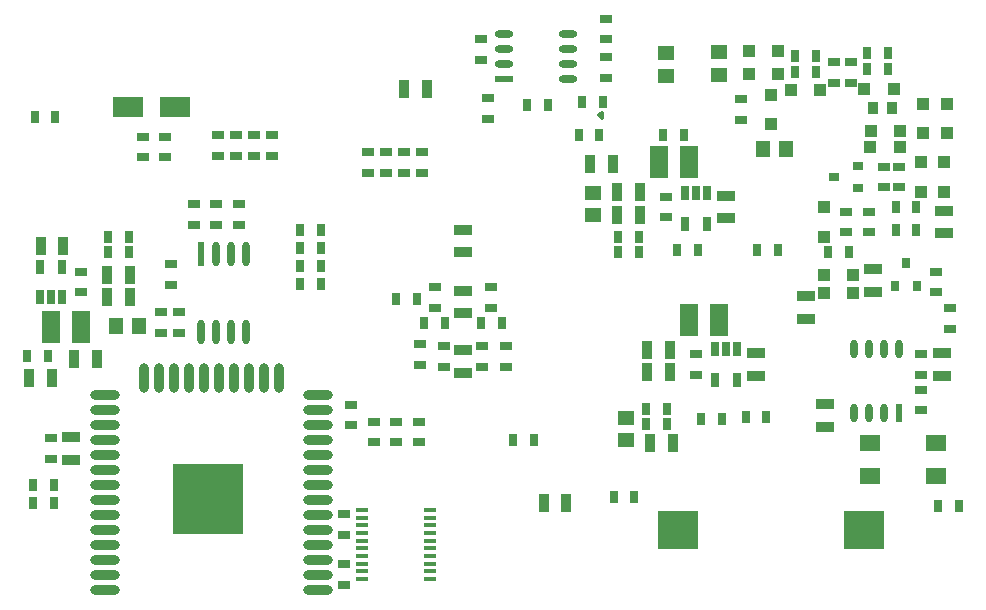
<source format=gbp>
G04 #@! TF.GenerationSoftware,KiCad,Pcbnew,5.0.0-rc2+dfsg1-3*
G04 #@! TF.CreationDate,2018-06-10T12:20:26+02:00*
G04 #@! TF.ProjectId,ulx3s,756C7833732E6B696361645F70636200,rev?*
G04 #@! TF.SameCoordinates,Original*
G04 #@! TF.FileFunction,Paste,Bot*
G04 #@! TF.FilePolarity,Positive*
%FSLAX46Y46*%
G04 Gerber Fmt 4.6, Leading zero omitted, Abs format (unit mm)*
G04 Created by KiCad (PCBNEW 5.0.0-rc2+dfsg1-3) date Sun Jun 10 12:20:26 2018*
%MOMM*%
%LPD*%
G01*
G04 APERTURE LIST*
%ADD10C,0.350000*%
%ADD11R,0.600000X2.100000*%
%ADD12O,0.600000X2.100000*%
%ADD13R,0.600000X1.550000*%
%ADD14O,0.600000X1.550000*%
%ADD15R,1.550000X0.600000*%
%ADD16O,1.550000X0.600000*%
%ADD17R,1.000000X0.400000*%
%ADD18R,0.700000X1.200000*%
%ADD19O,2.500000X0.900000*%
%ADD20O,0.900000X2.500000*%
%ADD21R,6.000000X6.000000*%
%ADD22R,3.500000X3.300000*%
%ADD23R,1.800000X1.400000*%
%ADD24R,0.970000X1.500000*%
%ADD25R,0.670000X1.000000*%
%ADD26R,1.500000X0.970000*%
%ADD27R,1.000000X0.670000*%
%ADD28R,1.000000X1.000000*%
%ADD29R,1.500000X2.700000*%
%ADD30R,1.295000X1.400000*%
%ADD31R,1.400000X1.295000*%
%ADD32R,2.500000X1.800000*%
%ADD33R,0.800000X0.900000*%
%ADD34R,0.900000X0.800000*%
%ADD35R,0.820000X1.000000*%
G04 APERTURE END LIST*
D10*
G04 #@! TO.C,GPDI1*
X150296000Y-71062000D02*
X150046000Y-70812000D01*
X150046000Y-70812000D02*
X150296000Y-70562000D01*
X150296000Y-70562000D02*
X150296000Y-71062000D01*
G04 #@! TD*
D11*
G04 #@! TO.C,U10*
X116340000Y-82520000D03*
D12*
X117610000Y-82520000D03*
X118880000Y-82520000D03*
X120150000Y-82520000D03*
X120150000Y-89124000D03*
X118880000Y-89124000D03*
X117610000Y-89124000D03*
X116340000Y-89124000D03*
G04 #@! TD*
D13*
G04 #@! TO.C,U7*
X175395000Y-96015000D03*
D14*
X174125000Y-96015000D03*
X172855000Y-96015000D03*
X171585000Y-96015000D03*
X171585000Y-90615000D03*
X172855000Y-90615000D03*
X174125000Y-90615000D03*
X175395000Y-90615000D03*
G04 #@! TD*
D15*
G04 #@! TO.C,U11*
X141980000Y-67706500D03*
D16*
X141980000Y-66436500D03*
X141980000Y-65166500D03*
X141980000Y-63896500D03*
X147380000Y-63896500D03*
X147380000Y-65166500D03*
X147380000Y-66436500D03*
X147380000Y-67706500D03*
G04 #@! TD*
D17*
G04 #@! TO.C,U6*
X129935000Y-104215000D03*
X129935000Y-104865000D03*
X129935000Y-105515000D03*
X129935000Y-106165000D03*
X129935000Y-106815000D03*
X129935000Y-107465000D03*
X129935000Y-108115000D03*
X129935000Y-108765000D03*
X129935000Y-109415000D03*
X129935000Y-110065000D03*
X135735000Y-110065000D03*
X135735000Y-109415000D03*
X135735000Y-108765000D03*
X135735000Y-108115000D03*
X135735000Y-107465000D03*
X135735000Y-106815000D03*
X135735000Y-106165000D03*
X135735000Y-105515000D03*
X135735000Y-104865000D03*
X135735000Y-104215000D03*
G04 #@! TD*
D18*
G04 #@! TO.C,U5*
X157285000Y-77392000D03*
X158235000Y-77392000D03*
X159185000Y-77392000D03*
X159185000Y-79992000D03*
X157285000Y-79992000D03*
G04 #@! TD*
G04 #@! TO.C,U3*
X159825000Y-90600000D03*
X160775000Y-90600000D03*
X161725000Y-90600000D03*
X161725000Y-93200000D03*
X159825000Y-93200000D03*
G04 #@! TD*
G04 #@! TO.C,U4*
X104575000Y-86215000D03*
X103625000Y-86215000D03*
X102675000Y-86215000D03*
X102675000Y-83615000D03*
X104575000Y-83615000D03*
G04 #@! TD*
D19*
G04 #@! TO.C,U9*
X126230000Y-111000000D03*
X126230000Y-109730000D03*
X126230000Y-108460000D03*
X126230000Y-107190000D03*
X126230000Y-105920000D03*
X126230000Y-104650000D03*
X126230000Y-103380000D03*
X126230000Y-102110000D03*
X126230000Y-100840000D03*
X126230000Y-99570000D03*
X126230000Y-98300000D03*
X126230000Y-97030000D03*
X126230000Y-95760000D03*
X126230000Y-94490000D03*
D20*
X122945000Y-93000000D03*
X121675000Y-93000000D03*
X120405000Y-93000000D03*
X119135000Y-93000000D03*
X117865000Y-93000000D03*
X116595000Y-93000000D03*
X115325000Y-93000000D03*
X114055000Y-93000000D03*
X112785000Y-93000000D03*
X111515000Y-93000000D03*
D19*
X108230000Y-94490000D03*
X108230000Y-95760000D03*
X108230000Y-97030000D03*
X108230000Y-98300000D03*
X108230000Y-99570000D03*
X108230000Y-100840000D03*
X108230000Y-102110000D03*
X108230000Y-103380000D03*
X108230000Y-104650000D03*
X108230000Y-105920000D03*
X108230000Y-107190000D03*
X108230000Y-108460000D03*
X108230000Y-109730000D03*
X108230000Y-111000000D03*
D21*
X116930000Y-103300000D03*
G04 #@! TD*
D22*
G04 #@! TO.C,BAT1*
X172485000Y-105870000D03*
X156685000Y-105870000D03*
G04 #@! TD*
D23*
G04 #@! TO.C,Y2*
X178576000Y-98522000D03*
X172976000Y-98522000D03*
X172976000Y-101322000D03*
X178576000Y-101322000D03*
G04 #@! TD*
D24*
G04 #@! TO.C,C47*
X133546000Y-68550000D03*
X135456000Y-68550000D03*
G04 #@! TD*
G04 #@! TO.C,C1*
X102748500Y-81885000D03*
X104658500Y-81885000D03*
G04 #@! TD*
D25*
G04 #@! TO.C,C2*
X153985000Y-96910000D03*
X155735000Y-96910000D03*
G04 #@! TD*
D24*
G04 #@! TO.C,C3*
X156015000Y-90630000D03*
X154105000Y-90630000D03*
G04 #@! TD*
G04 #@! TO.C,C4*
X154105000Y-92535000D03*
X156015000Y-92535000D03*
G04 #@! TD*
D26*
G04 #@! TO.C,C5*
X163315000Y-90945000D03*
X163315000Y-92855000D03*
G04 #@! TD*
D25*
G04 #@! TO.C,C6*
X151645000Y-82375000D03*
X153395000Y-82375000D03*
G04 #@! TD*
D24*
G04 #@! TO.C,C7*
X153475000Y-79200000D03*
X151565000Y-79200000D03*
G04 #@! TD*
G04 #@! TO.C,C8*
X153475000Y-77295000D03*
X151565000Y-77295000D03*
G04 #@! TD*
D26*
G04 #@! TO.C,C9*
X160775000Y-79520000D03*
X160775000Y-77610000D03*
G04 #@! TD*
D25*
G04 #@! TO.C,C10*
X108465000Y-81105000D03*
X110215000Y-81105000D03*
G04 #@! TD*
D24*
G04 #@! TO.C,C11*
X108385000Y-84280000D03*
X110295000Y-84280000D03*
G04 #@! TD*
G04 #@! TO.C,C12*
X110295000Y-86185000D03*
X108385000Y-86185000D03*
G04 #@! TD*
D26*
G04 #@! TO.C,C13*
X173221000Y-83833000D03*
X173221000Y-85743000D03*
G04 #@! TD*
D27*
G04 #@! TO.C,C14*
X175380000Y-76900000D03*
X175380000Y-75150000D03*
G04 #@! TD*
D26*
G04 #@! TO.C,C15*
X105276000Y-99967000D03*
X105276000Y-98057000D03*
G04 #@! TD*
G04 #@! TO.C,C16*
X167506000Y-88029000D03*
X167506000Y-86119000D03*
G04 #@! TD*
G04 #@! TO.C,C17*
X138500000Y-90665000D03*
X138500000Y-92575000D03*
G04 #@! TD*
D27*
G04 #@! TO.C,C18*
X150589600Y-64359000D03*
X150589600Y-62609000D03*
G04 #@! TD*
D26*
G04 #@! TO.C,C19*
X138500000Y-82375000D03*
X138500000Y-80465000D03*
G04 #@! TD*
G04 #@! TO.C,C20*
X138500000Y-87575000D03*
X138500000Y-85665000D03*
G04 #@! TD*
D24*
G04 #@! TO.C,C21*
X103706000Y-93061000D03*
X101796000Y-93061000D03*
G04 #@! TD*
G04 #@! TO.C,C22*
X154359000Y-98504000D03*
X156269000Y-98504000D03*
G04 #@! TD*
G04 #@! TO.C,C23*
X105591000Y-91392000D03*
X107501000Y-91392000D03*
G04 #@! TD*
G04 #@! TO.C,C24*
X151189000Y-74882000D03*
X149279000Y-74882000D03*
G04 #@! TD*
D27*
G04 #@! TO.C,C25*
X140900000Y-87095000D03*
X140900000Y-85345000D03*
G04 #@! TD*
G04 #@! TO.C,C26*
X136100000Y-87095000D03*
X136100000Y-85345000D03*
G04 #@! TD*
G04 #@! TO.C,C27*
X136900000Y-92095000D03*
X136900000Y-90345000D03*
G04 #@! TD*
G04 #@! TO.C,C28*
X140100000Y-90345000D03*
X140100000Y-92095000D03*
G04 #@! TD*
G04 #@! TO.C,C29*
X142100000Y-92095000D03*
X142100000Y-90345000D03*
G04 #@! TD*
G04 #@! TO.C,C30*
X134900000Y-90145000D03*
X134900000Y-91895000D03*
G04 #@! TD*
D25*
G04 #@! TO.C,C31*
X135225000Y-88420000D03*
X136975000Y-88420000D03*
G04 #@! TD*
G04 #@! TO.C,C32*
X140025000Y-88420000D03*
X141775000Y-88420000D03*
G04 #@! TD*
G04 #@! TO.C,C33*
X163425000Y-82220000D03*
X165175000Y-82220000D03*
G04 #@! TD*
G04 #@! TO.C,C34*
X158375000Y-82220000D03*
X156625000Y-82220000D03*
G04 #@! TD*
D27*
G04 #@! TO.C,C35*
X177300000Y-94025000D03*
X177300000Y-95775000D03*
G04 #@! TD*
D24*
G04 #@! TO.C,C46*
X145342000Y-103584000D03*
X147252000Y-103584000D03*
G04 #@! TD*
D25*
G04 #@! TO.C,C48*
X103995000Y-70963000D03*
X102245000Y-70963000D03*
G04 #@! TD*
G04 #@! TO.C,C49*
X103372000Y-91156000D03*
X101622000Y-91156000D03*
G04 #@! TD*
D27*
G04 #@! TO.C,C50*
X179713000Y-88856000D03*
X179713000Y-87106000D03*
G04 #@! TD*
D25*
G04 #@! TO.C,C51*
X180473000Y-103856000D03*
X178723000Y-103856000D03*
G04 #@! TD*
G04 #@! TO.C,C52*
X158645000Y-96490000D03*
X160395000Y-96490000D03*
G04 #@! TD*
G04 #@! TO.C,C53*
X132827200Y-86330000D03*
X134577200Y-86330000D03*
G04 #@! TD*
D26*
G04 #@! TO.C,C54*
X169172000Y-95281000D03*
X169172000Y-97191000D03*
G04 #@! TD*
G04 #@! TO.C,D11*
X179190000Y-80790000D03*
X179190000Y-78880000D03*
G04 #@! TD*
D28*
G04 #@! TO.C,D10*
X169050000Y-84280000D03*
X171550000Y-84280000D03*
G04 #@! TD*
G04 #@! TO.C,D12*
X169030000Y-78585000D03*
X169030000Y-81085000D03*
G04 #@! TD*
G04 #@! TO.C,D13*
X171550000Y-85804000D03*
X169050000Y-85804000D03*
G04 #@! TD*
G04 #@! TO.C,D14*
X179190000Y-74775000D03*
X179190000Y-77275000D03*
G04 #@! TD*
G04 #@! TO.C,D15*
X177285000Y-77275000D03*
X177285000Y-74775000D03*
G04 #@! TD*
G04 #@! TO.C,D16*
X172987000Y-73503000D03*
X175487000Y-73503000D03*
G04 #@! TD*
G04 #@! TO.C,D17*
X164585000Y-69060000D03*
X164585000Y-71560000D03*
G04 #@! TD*
G04 #@! TO.C,D20*
X168756000Y-68659000D03*
X166256000Y-68659000D03*
G04 #@! TD*
G04 #@! TO.C,D21*
X174979000Y-68550000D03*
X172479000Y-68550000D03*
G04 #@! TD*
G04 #@! TO.C,D23*
X165200000Y-67262000D03*
X162700000Y-67262000D03*
G04 #@! TD*
G04 #@! TO.C,D24*
X162700000Y-65357000D03*
X165200000Y-65357000D03*
G04 #@! TD*
G04 #@! TO.C,D25*
X177412000Y-72322000D03*
X177412000Y-69822000D03*
G04 #@! TD*
G04 #@! TO.C,D26*
X179444000Y-69822000D03*
X179444000Y-72322000D03*
G04 #@! TD*
D27*
G04 #@! TO.C,R49*
X113277000Y-74360000D03*
X113277000Y-72610000D03*
G04 #@! TD*
G04 #@! TO.C,R50*
X111372000Y-72610000D03*
X111372000Y-74360000D03*
G04 #@! TD*
D25*
G04 #@! TO.C,R51*
X155455000Y-72487000D03*
X157205000Y-72487000D03*
G04 #@! TD*
D27*
G04 #@! TO.C,R52*
X171331000Y-66278000D03*
X171331000Y-68028000D03*
G04 #@! TD*
G04 #@! TO.C,R53*
X169919000Y-68028000D03*
X169919000Y-66278000D03*
G04 #@! TD*
D25*
G04 #@! TO.C,R54*
X174477000Y-65502000D03*
X172727000Y-65502000D03*
G04 #@! TD*
D27*
G04 #@! TO.C,R56*
X128390000Y-106321000D03*
X128390000Y-104571000D03*
G04 #@! TD*
G04 #@! TO.C,R57*
X117722000Y-72483000D03*
X117722000Y-74233000D03*
G04 #@! TD*
G04 #@! TO.C,R58*
X119246000Y-74233000D03*
X119246000Y-72483000D03*
G04 #@! TD*
G04 #@! TO.C,R59*
X120770000Y-72483000D03*
X120770000Y-74233000D03*
G04 #@! TD*
G04 #@! TO.C,R60*
X122294000Y-74233000D03*
X122294000Y-72483000D03*
G04 #@! TD*
D25*
G04 #@! TO.C,R61*
X145655000Y-69900000D03*
X143905000Y-69900000D03*
G04 #@! TD*
G04 #@! TO.C,R40*
X166631000Y-65738000D03*
X168381000Y-65738000D03*
G04 #@! TD*
D27*
G04 #@! TO.C,R55*
X134740000Y-96740000D03*
X134740000Y-98490000D03*
G04 #@! TD*
D26*
G04 #@! TO.C,C55*
X179078000Y-90963000D03*
X179078000Y-92873000D03*
G04 #@! TD*
D27*
G04 #@! TO.C,R65*
X177300000Y-92793000D03*
X177300000Y-91043000D03*
G04 #@! TD*
D29*
G04 #@! TO.C,L1*
X160140000Y-88090000D03*
X157600000Y-88090000D03*
G04 #@! TD*
G04 #@! TO.C,L2*
X103625000Y-88725000D03*
X106165000Y-88725000D03*
G04 #@! TD*
G04 #@! TO.C,L3*
X155060000Y-74755000D03*
X157600000Y-74755000D03*
G04 #@! TD*
D25*
G04 #@! TO.C,R1*
X171175000Y-82375000D03*
X169425000Y-82375000D03*
G04 #@! TD*
D27*
G04 #@! TO.C,R2*
X172840000Y-78960000D03*
X172840000Y-80710000D03*
G04 #@! TD*
G04 #@! TO.C,R3*
X162045000Y-71185000D03*
X162045000Y-69435000D03*
G04 #@! TD*
D25*
G04 #@! TO.C,R4*
X176890000Y-80470000D03*
X175140000Y-80470000D03*
G04 #@! TD*
D27*
G04 #@! TO.C,R5*
X174110000Y-75150000D03*
X174110000Y-76900000D03*
G04 #@! TD*
G04 #@! TO.C,R6*
X178555000Y-85790000D03*
X178555000Y-84040000D03*
G04 #@! TD*
G04 #@! TO.C,R7*
X113785000Y-85155000D03*
X113785000Y-83405000D03*
G04 #@! TD*
G04 #@! TO.C,R8*
X170935000Y-80710000D03*
X170935000Y-78960000D03*
G04 #@! TD*
G04 #@! TO.C,R9*
X128390000Y-110555000D03*
X128390000Y-108805000D03*
G04 #@! TD*
D25*
G04 #@! TO.C,R10*
X151264000Y-103076000D03*
X153014000Y-103076000D03*
G04 #@! TD*
D27*
G04 #@! TO.C,R11*
X119515000Y-80093000D03*
X119515000Y-78343000D03*
G04 #@! TD*
G04 #@! TO.C,R12*
X114420000Y-89219000D03*
X114420000Y-87469000D03*
G04 #@! TD*
D25*
G04 #@! TO.C,R13*
X175140000Y-78565000D03*
X176890000Y-78565000D03*
G04 #@! TD*
G04 #@! TO.C,R14*
X124721000Y-85060000D03*
X126471000Y-85060000D03*
G04 #@! TD*
G04 #@! TO.C,R15*
X126471000Y-83536000D03*
X124721000Y-83536000D03*
G04 #@! TD*
G04 #@! TO.C,R16*
X124721000Y-82012000D03*
X126471000Y-82012000D03*
G04 #@! TD*
G04 #@! TO.C,R17*
X126471000Y-80470000D03*
X124721000Y-80470000D03*
G04 #@! TD*
D27*
G04 #@! TO.C,R18*
X130422000Y-73898000D03*
X130422000Y-75648000D03*
G04 #@! TD*
G04 #@! TO.C,R19*
X131961000Y-73898000D03*
X131961000Y-75648000D03*
G04 #@! TD*
G04 #@! TO.C,R20*
X133485000Y-73898000D03*
X133485000Y-75648000D03*
G04 #@! TD*
G04 #@! TO.C,R21*
X135009000Y-75648000D03*
X135009000Y-73898000D03*
G04 #@! TD*
G04 #@! TO.C,R22*
X140025500Y-66105000D03*
X140025500Y-64355000D03*
G04 #@! TD*
G04 #@! TO.C,R23*
X140597000Y-71076000D03*
X140597000Y-69326000D03*
G04 #@! TD*
G04 #@! TO.C,R24*
X150615000Y-67647000D03*
X150615000Y-65897000D03*
G04 #@! TD*
D25*
G04 #@! TO.C,R25*
X148300000Y-72487000D03*
X150050000Y-72487000D03*
G04 #@! TD*
G04 #@! TO.C,R26*
X150362000Y-69693000D03*
X148612000Y-69693000D03*
G04 #@! TD*
D27*
G04 #@! TO.C,R27*
X129025000Y-95300000D03*
X129025000Y-97050000D03*
G04 #@! TD*
G04 #@! TO.C,R28*
X117595000Y-78343000D03*
X117595000Y-80093000D03*
G04 #@! TD*
G04 #@! TO.C,R29*
X112896000Y-89219000D03*
X112896000Y-87469000D03*
G04 #@! TD*
G04 #@! TO.C,R30*
X115690000Y-78343000D03*
X115690000Y-80093000D03*
G04 #@! TD*
D25*
G04 #@! TO.C,R31*
X142755000Y-98250000D03*
X144505000Y-98250000D03*
G04 #@! TD*
D27*
G04 #@! TO.C,R32*
X132835000Y-98490000D03*
X132835000Y-96740000D03*
G04 #@! TD*
G04 #@! TO.C,R33*
X130930000Y-96740000D03*
X130930000Y-98490000D03*
G04 #@! TD*
D25*
G04 #@! TO.C,R34*
X102115000Y-103600000D03*
X103865000Y-103600000D03*
G04 #@! TD*
G04 #@! TO.C,R35*
X102115000Y-102060000D03*
X103865000Y-102060000D03*
G04 #@! TD*
D27*
G04 #@! TO.C,R38*
X103576500Y-99905000D03*
X103576500Y-98155000D03*
G04 #@! TD*
D25*
G04 #@! TO.C,R39*
X164190000Y-96345000D03*
X162440000Y-96345000D03*
G04 #@! TD*
G04 #@! TO.C,R63*
X168381000Y-67135000D03*
X166631000Y-67135000D03*
G04 #@! TD*
G04 #@! TO.C,R64*
X174475000Y-66899000D03*
X172725000Y-66899000D03*
G04 #@! TD*
G04 #@! TO.C,RA1*
X153985000Y-95640000D03*
X155735000Y-95640000D03*
G04 #@! TD*
G04 #@! TO.C,RA2*
X110215000Y-82375000D03*
X108465000Y-82375000D03*
G04 #@! TD*
G04 #@! TO.C,RA3*
X151645000Y-81105000D03*
X153395000Y-81105000D03*
G04 #@! TD*
D27*
G04 #@! TO.C,RB1*
X158235000Y-92775000D03*
X158235000Y-91025000D03*
G04 #@! TD*
G04 #@! TO.C,RB2*
X106165000Y-85790000D03*
X106165000Y-84040000D03*
G04 #@! TD*
G04 #@! TO.C,RB3*
X155695000Y-79440000D03*
X155695000Y-77690000D03*
G04 #@! TD*
D30*
G04 #@! TO.C,RD9*
X165821500Y-73630000D03*
X163886500Y-73630000D03*
G04 #@! TD*
D31*
G04 #@! TO.C,RD51*
X155710000Y-65550500D03*
X155710000Y-67485500D03*
G04 #@! TD*
G04 #@! TO.C,RD52*
X160155000Y-67358500D03*
X160155000Y-65423500D03*
G04 #@! TD*
G04 #@! TO.C,RP1*
X152281000Y-96393500D03*
X152281000Y-98328500D03*
G04 #@! TD*
D30*
G04 #@! TO.C,RP2*
X111069500Y-88598000D03*
X109134500Y-88598000D03*
G04 #@! TD*
D31*
G04 #@! TO.C,RP3*
X149472000Y-77343500D03*
X149472000Y-79278500D03*
G04 #@! TD*
D32*
G04 #@! TO.C,D8*
X110149000Y-70074000D03*
X114149000Y-70074000D03*
G04 #@! TD*
D33*
G04 #@! TO.C,Q1*
X176015000Y-83280000D03*
X175065000Y-85280000D03*
X176965000Y-85280000D03*
G04 #@! TD*
D34*
G04 #@! TO.C,Q2*
X171935000Y-75075000D03*
X171935000Y-76975000D03*
X169935000Y-76025000D03*
G04 #@! TD*
D28*
G04 #@! TO.C,D27*
X175502000Y-72106000D03*
X173002000Y-72106000D03*
G04 #@! TD*
D35*
G04 #@! TO.C,R66*
X173198000Y-70201000D03*
X174798000Y-70201000D03*
G04 #@! TD*
M02*

</source>
